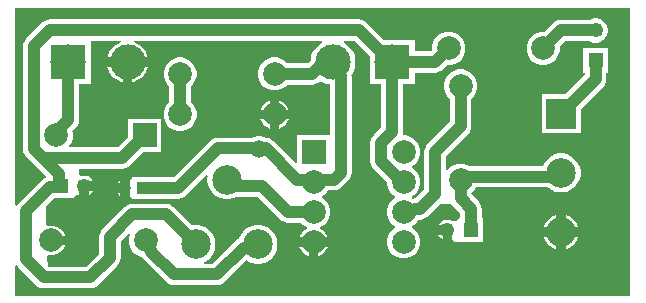
<source format=gbr>
%TF.GenerationSoftware,Altium Limited,Altium Designer,21.4.1 (30)*%
G04 Layer_Physical_Order=1*
G04 Layer_Color=255*
%FSLAX45Y45*%
%MOMM*%
%TF.SameCoordinates,C3E97732-6F3B-4CF3-9675-2F8B214D8819*%
%TF.FilePolarity,Positive*%
%TF.FileFunction,Copper,L1,Top,Signal*%
%TF.Part,Single*%
G01*
G75*
%TA.AperFunction,SMDPad,CuDef*%
%ADD10R,2.50000X2.50000*%
%ADD11R,3.00000X3.00000*%
%TA.AperFunction,Conductor*%
%ADD12C,1.00000*%
%TA.AperFunction,TestPad*%
%ADD13C,1.50000*%
%TA.AperFunction,ComponentPad*%
%ADD14C,1.25000*%
%ADD15R,1.25000X1.25000*%
%ADD16R,1.25000X1.25000*%
%ADD17C,2.00000*%
%ADD18R,2.00000X2.00000*%
%ADD19C,2.50000*%
%ADD20C,3.00000*%
%ADD21C,1.00000*%
%ADD22R,1.00000X1.00000*%
G36*
X5270320Y60980D02*
X63680D01*
Y315294D01*
X76380Y319531D01*
X88211Y304112D01*
X240611Y151712D01*
X240612Y151711D01*
X259412Y137285D01*
X281306Y128217D01*
X304800Y125123D01*
X304802Y125124D01*
X698500D01*
X721994Y128217D01*
X743888Y137285D01*
X762689Y151711D01*
X927789Y316811D01*
X942215Y335612D01*
X951283Y357505D01*
X954376Y381000D01*
Y521199D01*
X1025850Y592673D01*
X1036012Y584875D01*
X1035241Y583538D01*
X1025700Y547931D01*
Y511069D01*
X1035241Y475462D01*
X1053672Y443538D01*
X1079738Y417472D01*
X1111662Y399041D01*
X1136006Y392518D01*
X1137085Y389912D01*
X1151511Y371112D01*
X1345511Y177112D01*
X1345512Y177111D01*
X1364312Y162685D01*
X1386206Y153617D01*
X1409700Y150524D01*
X1771310D01*
X1794805Y153617D01*
X1816698Y162685D01*
X1835499Y177111D01*
X2019914Y361527D01*
X2038543Y349079D01*
X2068571Y336641D01*
X2100449Y330300D01*
X2132951D01*
X2164829Y336641D01*
X2194857Y349079D01*
X2221882Y367136D01*
X2244864Y390119D01*
X2262921Y417143D01*
X2275359Y447171D01*
X2281700Y479049D01*
Y511551D01*
X2275359Y543429D01*
X2262921Y573457D01*
X2244864Y600481D01*
X2221882Y623464D01*
X2194857Y641521D01*
X2164829Y653959D01*
X2132951Y660300D01*
X2100449D01*
X2068571Y653959D01*
X2038543Y641521D01*
X2011519Y623464D01*
X1988536Y600481D01*
X1970479Y573457D01*
X1960346Y548993D01*
X1951221Y545214D01*
X1932421Y530788D01*
X1733710Y332076D01*
X1661996D01*
X1659469Y344776D01*
X1669857Y349079D01*
X1696882Y367136D01*
X1719864Y390119D01*
X1737921Y417143D01*
X1750359Y447171D01*
X1756700Y479049D01*
Y511551D01*
X1750359Y543429D01*
X1737921Y573457D01*
X1719864Y600481D01*
X1696882Y623464D01*
X1669857Y641521D01*
X1639829Y653959D01*
X1607951Y660300D01*
X1575449D01*
X1558457Y656920D01*
X1401889Y813489D01*
X1383088Y827915D01*
X1361195Y836983D01*
X1337700Y840076D01*
X1054100D01*
X1030605Y836983D01*
X1008712Y827915D01*
X989911Y813489D01*
X799411Y622989D01*
X784985Y604188D01*
X775917Y582294D01*
X772824Y558800D01*
Y418601D01*
X660899Y306676D01*
X355101D01*
X342401Y306677D01*
Y306677D01*
X327557Y398861D01*
X336984Y407371D01*
X349191Y404100D01*
X382209D01*
X414103Y412646D01*
X442697Y429155D01*
X466045Y452503D01*
X482554Y481098D01*
X484806Y489500D01*
X365700D01*
Y569500D01*
X484806D01*
X482554Y577903D01*
X466045Y606497D01*
X442697Y629845D01*
X414103Y646354D01*
X382209Y654900D01*
X349191D01*
X336700Y651553D01*
X324000Y661298D01*
Y817923D01*
X393402Y887324D01*
X433600D01*
X439496Y888101D01*
X548600D01*
X572695Y912195D01*
X606100D01*
X606100Y912195D01*
X606100Y912195D01*
X606102Y912194D01*
X606100Y912197D01*
Y990599D01*
X646100D01*
Y1030599D01*
X724504D01*
X716437Y1044571D01*
X700072Y1060937D01*
X680028Y1072509D01*
X657672Y1078499D01*
X634528D01*
X618800Y1074285D01*
X606100Y1082640D01*
Y1137724D01*
X969700D01*
X993194Y1140817D01*
X1015088Y1149885D01*
X1033888Y1164311D01*
X1148077Y1278500D01*
X1299700D01*
Y1558500D01*
X1019700D01*
Y1406877D01*
X932099Y1319276D01*
X525059D01*
X520199Y1331010D01*
X521728Y1332538D01*
X540159Y1364462D01*
X549700Y1400069D01*
Y1436931D01*
X545420Y1452903D01*
X577489Y1484971D01*
X591914Y1503772D01*
X600983Y1525665D01*
X604076Y1549160D01*
Y1850800D01*
X703300D01*
Y2220624D01*
X955904D01*
X958430Y2207924D01*
X930217Y2196237D01*
X901489Y2177042D01*
X877058Y2152611D01*
X857863Y2123883D01*
X844641Y2091962D01*
X842420Y2080800D01*
X1013300D01*
X1184180D01*
X1181959Y2091962D01*
X1168737Y2123883D01*
X1149542Y2152611D01*
X1125111Y2177042D01*
X1096383Y2196237D01*
X1068170Y2207924D01*
X1070696Y2220624D01*
X2660612D01*
X2661328Y2207924D01*
X2632082Y2188382D01*
X2605618Y2161918D01*
X2584824Y2130799D01*
X2570502Y2096221D01*
X2563200Y2059514D01*
Y2055377D01*
X2537799Y2029976D01*
X2365113D01*
X2343862Y2051228D01*
X2311938Y2069659D01*
X2276331Y2079200D01*
X2239469D01*
X2203862Y2069659D01*
X2171938Y2051228D01*
X2145872Y2025162D01*
X2127441Y1993238D01*
X2117900Y1957631D01*
Y1920769D01*
X2127441Y1885162D01*
X2145872Y1853238D01*
X2171938Y1827172D01*
X2203862Y1808741D01*
X2239469Y1799200D01*
X2276331D01*
X2311938Y1808741D01*
X2343862Y1827172D01*
X2365113Y1848424D01*
X2575400D01*
X2598894Y1851517D01*
X2620788Y1860586D01*
X2639589Y1875011D01*
X2647496Y1882919D01*
X2663201Y1872424D01*
X2697779Y1858102D01*
X2728624Y1851966D01*
Y1431283D01*
X2728100Y1418800D01*
X2448100D01*
Y1189371D01*
X2436367Y1184511D01*
X2248589Y1372289D01*
X2229788Y1386715D01*
X2207895Y1395783D01*
X2184400Y1398876D01*
X2183741D01*
X2169388Y1407163D01*
X2140140Y1415000D01*
X2109860D01*
X2080612Y1407163D01*
X2066259Y1398876D01*
X1778000D01*
X1754505Y1395783D01*
X1732612Y1386715D01*
X1713811Y1372289D01*
X1713811Y1372288D01*
X1406299Y1064776D01*
X1140300D01*
X1134402Y1064000D01*
X1050300D01*
Y1057972D01*
X1030300Y1037972D01*
X1030300Y1037972D01*
X1030299D01*
X1030299Y1037972D01*
X1030298Y1037973D01*
X1030300Y1037970D01*
Y974001D01*
Y910032D01*
X1030298Y910030D01*
X1030299Y910030D01*
X1030300D01*
X1050300Y890030D01*
Y884000D01*
X1134402D01*
X1140300Y883224D01*
X1443900D01*
X1467395Y886317D01*
X1489288Y895386D01*
X1508089Y909811D01*
X1680329Y1082052D01*
X1692033Y1075796D01*
X1689200Y1061551D01*
Y1029049D01*
X1695541Y997171D01*
X1707979Y967143D01*
X1726036Y940119D01*
X1749019Y917136D01*
X1776043Y899079D01*
X1806071Y886641D01*
X1837949Y880300D01*
X1870451D01*
X1902329Y886641D01*
X1932357Y899079D01*
X1933471Y899824D01*
X2114799D01*
X2308011Y706611D01*
X2326812Y692186D01*
X2348705Y683117D01*
X2372200Y680024D01*
X2480887D01*
X2502138Y658772D01*
X2529970Y642703D01*
X2531193Y630778D01*
X2530456Y628319D01*
X2511103Y617145D01*
X2487755Y593797D01*
X2471246Y565203D01*
X2468994Y556800D01*
X2707206D01*
X2704954Y565203D01*
X2688445Y593797D01*
X2665097Y617145D01*
X2645744Y628319D01*
X2645007Y630778D01*
X2646230Y642703D01*
X2674062Y658772D01*
X2700128Y684838D01*
X2718559Y716762D01*
X2728100Y752369D01*
Y789231D01*
X2718559Y824838D01*
X2700128Y856762D01*
X2674062Y882828D01*
X2659128Y891450D01*
Y904150D01*
X2674062Y912772D01*
X2700128Y938838D01*
X2708395Y953158D01*
X2760821D01*
X2784316Y956251D01*
X2806209Y965319D01*
X2825010Y979745D01*
X2883589Y1038324D01*
X2898015Y1057124D01*
X2907083Y1079018D01*
X2910176Y1102513D01*
Y1920481D01*
X2908718Y1931558D01*
X2921576Y1950802D01*
X2935898Y1985379D01*
X2943200Y2022087D01*
Y2059514D01*
X2935898Y2096221D01*
X2921576Y2130799D01*
X2900782Y2161918D01*
X2874318Y2188382D01*
X2845072Y2207924D01*
X2845788Y2220624D01*
X2934199D01*
X3063200Y2091623D01*
Y2022087D01*
Y1850800D01*
X3162424D01*
Y1488201D01*
X3095911Y1421689D01*
X3081485Y1402889D01*
X3072417Y1380995D01*
X3069324Y1357500D01*
Y1200100D01*
X3072417Y1176605D01*
X3081485Y1154711D01*
X3095911Y1135911D01*
X3210100Y1021722D01*
Y1006369D01*
X3219641Y970762D01*
X3238072Y938838D01*
X3264138Y912772D01*
X3279072Y904150D01*
Y891450D01*
X3264138Y882828D01*
X3238072Y856762D01*
X3219641Y824838D01*
X3210100Y789231D01*
Y752369D01*
X3219641Y716762D01*
X3238072Y684838D01*
X3264138Y658772D01*
X3279072Y650150D01*
Y637450D01*
X3264138Y628828D01*
X3238072Y602762D01*
X3219641Y570838D01*
X3210100Y535231D01*
Y498369D01*
X3219641Y462762D01*
X3238072Y430838D01*
X3264138Y404772D01*
X3296062Y386341D01*
X3331669Y376800D01*
X3368531D01*
X3404138Y386341D01*
X3436062Y404772D01*
X3462128Y430838D01*
X3480559Y462762D01*
X3490100Y498369D01*
Y535231D01*
X3480559Y570838D01*
X3462128Y602762D01*
X3436062Y628828D01*
X3421128Y637450D01*
Y650150D01*
X3436062Y658772D01*
X3462128Y684838D01*
X3473089Y703824D01*
X3488200D01*
X3511695Y706917D01*
X3533588Y715986D01*
X3552389Y730412D01*
X3661988Y840011D01*
X3662000Y840000D01*
X3662000Y840000D01*
X3753797D01*
X3754085Y839712D01*
X3768511Y820911D01*
X3830824Y758599D01*
Y720899D01*
X3817500D01*
X3793405Y696805D01*
X3760000D01*
X3753928Y700311D01*
X3749269Y701559D01*
X3731572Y706301D01*
X3708428D01*
X3686072Y700310D01*
X3666028Y688738D01*
X3649663Y672373D01*
X3641596Y658401D01*
X3720000D01*
Y618401D01*
X3760000D01*
Y539998D01*
X3759998Y539995D01*
X3760000Y539996D01*
X3760000D01*
X3784097Y515900D01*
X4022500D01*
Y720899D01*
X4012376D01*
Y796198D01*
X4012377Y796200D01*
X4009283Y819695D01*
X4000215Y841588D01*
X3985789Y860389D01*
X3923476Y922701D01*
Y930287D01*
X3944728Y951538D01*
X3960279Y978474D01*
X4572781D01*
X4578419Y972836D01*
X4605443Y954779D01*
X4635471Y942341D01*
X4667349Y936000D01*
X4699851D01*
X4731729Y942341D01*
X4761757Y954779D01*
X4788781Y972836D01*
X4811764Y995819D01*
X4829821Y1022843D01*
X4842259Y1052871D01*
X4848600Y1084749D01*
Y1117251D01*
X4842259Y1149129D01*
X4829821Y1179157D01*
X4811764Y1206181D01*
X4788781Y1229164D01*
X4761757Y1247221D01*
X4731729Y1259659D01*
X4699851Y1266000D01*
X4667349D01*
X4635471Y1259659D01*
X4605443Y1247221D01*
X4578419Y1229164D01*
X4555436Y1206181D01*
X4537379Y1179157D01*
X4529455Y1160026D01*
X3900478D01*
X3886738Y1167959D01*
X3851131Y1177500D01*
X3814269D01*
X3778662Y1167959D01*
X3746738Y1149528D01*
X3720672Y1123462D01*
X3719844Y1122027D01*
X3707576Y1125314D01*
Y1241199D01*
X3896888Y1430511D01*
X3896889Y1430511D01*
X3911315Y1449312D01*
X3920383Y1471206D01*
X3923477Y1494700D01*
X3923476Y1494702D01*
Y1730287D01*
X3944728Y1751538D01*
X3963159Y1783462D01*
X3972700Y1819069D01*
Y1855931D01*
X3963159Y1891538D01*
X3944728Y1923462D01*
X3918662Y1949528D01*
X3886738Y1967959D01*
X3851131Y1977500D01*
X3814269D01*
X3778662Y1967959D01*
X3746738Y1949528D01*
X3720672Y1923462D01*
X3702241Y1891538D01*
X3692700Y1855931D01*
Y1819069D01*
X3702241Y1783462D01*
X3720672Y1751538D01*
X3741924Y1730287D01*
Y1532301D01*
X3552611Y1342989D01*
X3538185Y1324188D01*
X3529117Y1302295D01*
X3526024Y1278800D01*
Y960801D01*
X3450599Y885376D01*
X3444612D01*
X3444610Y885377D01*
X3434054Y883987D01*
X3421128Y891450D01*
Y904150D01*
X3436062Y912772D01*
X3462128Y938838D01*
X3480559Y970762D01*
X3490100Y1006369D01*
Y1043231D01*
X3480559Y1078838D01*
X3462128Y1110762D01*
X3436062Y1136828D01*
X3421128Y1145450D01*
Y1158150D01*
X3436062Y1166772D01*
X3462128Y1192838D01*
X3480559Y1224762D01*
X3490100Y1260369D01*
Y1297231D01*
X3480559Y1332838D01*
X3462128Y1364762D01*
X3436062Y1390828D01*
X3404138Y1409259D01*
X3368531Y1418800D01*
X3349636D01*
X3341462Y1431500D01*
X3343976Y1450601D01*
Y1850800D01*
X3443200D01*
Y1950024D01*
X3616900D01*
X3640395Y1953117D01*
X3662288Y1962186D01*
X3681089Y1976611D01*
X3719577Y2015100D01*
X3749631D01*
X3785238Y2024641D01*
X3817162Y2043072D01*
X3843228Y2069138D01*
X3861659Y2101062D01*
X3871200Y2136669D01*
Y2173531D01*
X3861659Y2209138D01*
X3843228Y2241062D01*
X3817162Y2267128D01*
X3785238Y2285559D01*
X3749631Y2295100D01*
X3712769D01*
X3677162Y2285559D01*
X3645238Y2267128D01*
X3619172Y2241062D01*
X3600741Y2209138D01*
X3591200Y2173531D01*
Y2143477D01*
X3579299Y2131576D01*
X3443200D01*
Y2230800D01*
X3180777D01*
X3035989Y2375589D01*
X3017188Y2390015D01*
X2995294Y2399083D01*
X2971800Y2402176D01*
X356623D01*
X356621Y2402177D01*
X333126Y2399083D01*
X311233Y2390015D01*
X292432Y2375589D01*
X292431Y2375588D01*
X155511Y2238668D01*
X141085Y2219867D01*
X132017Y2197974D01*
X128924Y2174479D01*
Y1304300D01*
X132017Y1280806D01*
X141085Y1258912D01*
X155511Y1240112D01*
X231311Y1164311D01*
X322479Y1073143D01*
X320002Y1060687D01*
X310412Y1056715D01*
X291612Y1042289D01*
X88211Y838889D01*
X76380Y823469D01*
X63680Y827706D01*
Y2501720D01*
X5270320D01*
Y60980D01*
D02*
G37*
%LPC*%
G36*
X4989194Y2410000D02*
X4962206D01*
X4936136Y2403015D01*
X4927929Y2398276D01*
X4683600D01*
X4660105Y2395183D01*
X4638212Y2386115D01*
X4619411Y2371689D01*
X4542823Y2295100D01*
X4512769D01*
X4477162Y2285559D01*
X4445238Y2267128D01*
X4419172Y2241062D01*
X4400741Y2209138D01*
X4391200Y2173531D01*
Y2136669D01*
X4400741Y2101062D01*
X4419172Y2069138D01*
X4445238Y2043072D01*
X4477162Y2024641D01*
X4512769Y2015100D01*
X4549631D01*
X4585238Y2024641D01*
X4617162Y2043072D01*
X4643228Y2069138D01*
X4661659Y2101062D01*
X4671200Y2136669D01*
Y2166723D01*
X4721201Y2216724D01*
X4927929D01*
X4936136Y2211985D01*
X4962206Y2205000D01*
X4989194D01*
X5015264Y2211985D01*
X5038636Y2225480D01*
X5057720Y2244564D01*
X5071215Y2267937D01*
X5078200Y2294006D01*
Y2320994D01*
X5071215Y2347064D01*
X5057720Y2370436D01*
X5038636Y2389520D01*
X5015264Y2403015D01*
X4989194Y2410000D01*
D02*
G37*
G36*
X1184180Y2000800D02*
X1053300D01*
Y1869920D01*
X1064462Y1872141D01*
X1096383Y1885363D01*
X1125111Y1904558D01*
X1149542Y1928989D01*
X1168737Y1957717D01*
X1181959Y1989638D01*
X1184180Y2000800D01*
D02*
G37*
G36*
X973300D02*
X842420D01*
X844641Y1989638D01*
X857863Y1957717D01*
X877058Y1928989D01*
X901489Y1904558D01*
X930217Y1885363D01*
X962138Y1872141D01*
X973300Y1869920D01*
Y2000800D01*
D02*
G37*
G36*
X2297900Y1715406D02*
Y1636300D01*
X2377006D01*
X2374754Y1644703D01*
X2358245Y1673297D01*
X2334897Y1696645D01*
X2306302Y1713154D01*
X2297900Y1715406D01*
D02*
G37*
G36*
X2217900D02*
X2209497Y1713154D01*
X2180903Y1696645D01*
X2157555Y1673297D01*
X2141046Y1644703D01*
X2138794Y1636300D01*
X2217900D01*
Y1715406D01*
D02*
G37*
G36*
X2377006Y1556300D02*
X2297900D01*
Y1477194D01*
X2306302Y1479446D01*
X2334897Y1495955D01*
X2358245Y1519303D01*
X2374754Y1547898D01*
X2377006Y1556300D01*
D02*
G37*
G36*
X2217900D02*
X2138794D01*
X2141046Y1547898D01*
X2157555Y1519303D01*
X2180903Y1495955D01*
X2209497Y1479446D01*
X2217900Y1477194D01*
Y1556300D01*
D02*
G37*
G36*
X1476331Y2079200D02*
X1439469D01*
X1403862Y2069659D01*
X1371938Y2051228D01*
X1345872Y2025162D01*
X1327441Y1993238D01*
X1317900Y1957631D01*
Y1920769D01*
X1327441Y1885162D01*
X1345872Y1853238D01*
X1367124Y1831987D01*
Y1703513D01*
X1345872Y1682262D01*
X1327441Y1650338D01*
X1317900Y1614731D01*
Y1577869D01*
X1327441Y1542262D01*
X1345872Y1510338D01*
X1371938Y1484272D01*
X1403862Y1465841D01*
X1439469Y1456300D01*
X1476331D01*
X1511938Y1465841D01*
X1543862Y1484272D01*
X1569928Y1510338D01*
X1588359Y1542262D01*
X1597900Y1577869D01*
Y1614731D01*
X1588359Y1650338D01*
X1569928Y1682262D01*
X1548676Y1703513D01*
Y1831987D01*
X1569928Y1853238D01*
X1588359Y1885162D01*
X1597900Y1920769D01*
Y1957631D01*
X1588359Y1993238D01*
X1569928Y2025162D01*
X1543862Y2051228D01*
X1511938Y2069659D01*
X1476331Y2079200D01*
D02*
G37*
G36*
X5078200Y2156000D02*
X4873200D01*
Y1951000D01*
X4884924D01*
Y1930701D01*
X4720223Y1766000D01*
X4518600D01*
Y1617251D01*
Y1584749D01*
Y1436000D01*
X4848600D01*
Y1637623D01*
X5039888Y1828911D01*
X5039889Y1828912D01*
X5054315Y1847712D01*
X5063383Y1869606D01*
X5066477Y1893100D01*
X5066476Y1893102D01*
Y1951000D01*
X5078200D01*
Y2156000D01*
D02*
G37*
G36*
X950300Y1037972D02*
X944003Y1034336D01*
X929965Y1020298D01*
X926329Y1014001D01*
X950300D01*
Y1037972D01*
D02*
G37*
G36*
X724504Y950600D02*
X686100D01*
Y912195D01*
X700072Y920262D01*
X716437Y936628D01*
X724504Y950600D01*
D02*
G37*
G36*
X950300Y934001D02*
X926329D01*
X929965Y927705D01*
X944003Y913666D01*
X950300Y910030D01*
Y934001D01*
D02*
G37*
G36*
X4723600Y746390D02*
Y641000D01*
X4828990D01*
X4828220Y644870D01*
X4816883Y672241D01*
X4800423Y696874D01*
X4779474Y717823D01*
X4754841Y734283D01*
X4727470Y745620D01*
X4723600Y746390D01*
D02*
G37*
G36*
X4643600D02*
X4639730Y745620D01*
X4612359Y734283D01*
X4587726Y717823D01*
X4566777Y696874D01*
X4550317Y672241D01*
X4538980Y644870D01*
X4538210Y641000D01*
X4643600D01*
Y746390D01*
D02*
G37*
G36*
X3680000Y578401D02*
X3641596D01*
X3649663Y564429D01*
X3666028Y548063D01*
X3680000Y539996D01*
Y578401D01*
D02*
G37*
G36*
X4828990Y561000D02*
X4723600D01*
Y455610D01*
X4727470Y456380D01*
X4754841Y467717D01*
X4779474Y484177D01*
X4800423Y505126D01*
X4816883Y529759D01*
X4828220Y557130D01*
X4828990Y561000D01*
D02*
G37*
G36*
X4643600D02*
X4538210D01*
X4538980Y557130D01*
X4550317Y529759D01*
X4566777Y505126D01*
X4587726Y484177D01*
X4612359Y467717D01*
X4639730Y456380D01*
X4643600Y455610D01*
Y561000D01*
D02*
G37*
G36*
X2707206Y476800D02*
X2628100D01*
Y397694D01*
X2636502Y399946D01*
X2665097Y416455D01*
X2688445Y439803D01*
X2704954Y468398D01*
X2707206Y476800D01*
D02*
G37*
G36*
X2548100D02*
X2468994D01*
X2471246Y468398D01*
X2487755Y439803D01*
X2511103Y416455D01*
X2539697Y399946D01*
X2548100Y397694D01*
Y476800D01*
D02*
G37*
%LPD*%
D10*
X4683600Y1601000D02*
D03*
D11*
X3253200Y2040800D02*
D03*
X513300D02*
D03*
D12*
X304800Y215900D02*
X698500D01*
X152400Y368300D02*
X304800Y215900D01*
X152400Y368300D02*
Y774700D01*
X2607234Y1043934D02*
X2760821D01*
X2753200Y1986681D02*
X2819400Y1920481D01*
X2753200Y1986681D02*
Y2040800D01*
X2819400Y1102513D02*
Y1920481D01*
X2760821Y1043934D02*
X2819400Y1102513D01*
X3160100Y1200100D02*
X3335399Y1024800D01*
X3160100Y1357500D02*
X3253200Y1450601D01*
X3160100Y1200100D02*
Y1357500D01*
X3253200Y1450601D02*
Y2040800D01*
X3335399Y1024800D02*
X3350100D01*
X863600Y558800D02*
X1054100Y749300D01*
X1337700D02*
X1591700Y495300D01*
X1054100Y749300D02*
X1337700D01*
X863600Y381000D02*
Y558800D01*
X698500Y215900D02*
X863600Y381000D01*
X355801Y978101D02*
X433600D01*
X152400Y774700D02*
X355801Y978101D01*
X433600D02*
X446100Y990601D01*
X295500Y1228500D02*
X433600Y1090400D01*
Y1003100D02*
X446100Y990601D01*
X433600Y1003100D02*
Y1090400D01*
X295500Y1228500D02*
X969700D01*
X219700Y1304300D02*
Y2174479D01*
Y1304300D02*
X295500Y1228500D01*
X969700D02*
X1159700Y1418500D01*
X219700Y2174479D02*
X356621Y2311400D01*
X3864450Y1069250D02*
X4651850D01*
X4683600Y1101000D01*
X3921600Y620000D02*
Y796200D01*
X3920000Y618400D02*
X3921600Y620000D01*
X3832700Y885100D02*
Y1037500D01*
X3864450Y1069250D01*
X3832700Y885100D02*
X3921600Y796200D01*
X3616800Y923200D02*
Y1278800D01*
X3253200Y2040800D02*
X3616900D01*
X3488200Y794600D02*
X3616800Y923200D01*
X3444610Y794600D02*
X3488200D01*
X3242400Y2040800D02*
X3253200D01*
X2971800Y2311400D02*
X3242400Y2040800D01*
X3616900D02*
X3731200Y2155100D01*
X3832700Y1494700D02*
Y1837500D01*
X3616800Y1278800D02*
X3832700Y1494700D01*
X2677000Y2040800D02*
X2753200D01*
X2257900Y1939200D02*
X2575400D01*
X2677000Y2040800D01*
X4975700Y1893100D02*
Y2053500D01*
X4531200Y2155100D02*
X4683600Y2307500D01*
Y1601000D02*
X4975700Y1893100D01*
X2372200Y770800D02*
X2588100D01*
X1909547Y990600D02*
X2152400D01*
X2372200Y770800D01*
X2184400Y1308100D02*
X2451124Y1041377D01*
X1778000Y1308100D02*
X2184400D01*
X1443900Y974000D02*
X1778000Y1308100D01*
X3439944Y789934D02*
X3444610Y794600D01*
X3369234Y789934D02*
X3439944D01*
X3350100Y770800D02*
X3369234Y789934D01*
X2451124Y1041377D02*
X2571523D01*
X1996609Y466599D02*
X2047409D01*
X2067946Y487135D01*
X2571523Y1041377D02*
X2588100Y1024800D01*
X2607234Y1043934D01*
X1771310Y241300D02*
X1996609Y466599D01*
X1409700Y241300D02*
X1771310D01*
X1165700Y502440D02*
X1215700Y452440D01*
Y435300D02*
Y452440D01*
Y435300D02*
X1409700Y241300D01*
X1165700Y502440D02*
Y529500D01*
X356621Y2311400D02*
X2971800D01*
X1140300Y974000D02*
X1443900D01*
X4683600Y2307500D02*
X4975700D01*
X513300Y1549160D02*
Y2040800D01*
X409700Y1445560D02*
X513300Y1549160D01*
X409700Y1418500D02*
Y1445560D01*
X1457900Y1596300D02*
Y1939200D01*
D13*
X2125000Y1300000D02*
D03*
D14*
X646100Y990599D02*
D03*
X4975700Y2307500D02*
D03*
X3720000Y618401D02*
D03*
D15*
X446100Y990601D02*
D03*
X3920000Y618400D02*
D03*
D16*
X4975700Y2053500D02*
D03*
D17*
X3832700Y1037500D02*
D03*
Y1837500D02*
D03*
X2257900Y1596300D02*
D03*
X1457900D02*
D03*
Y1939200D02*
D03*
X2257900D02*
D03*
X3350100Y1278800D02*
D03*
Y1024800D02*
D03*
Y770800D02*
D03*
Y516800D02*
D03*
X2588100D02*
D03*
Y770800D02*
D03*
Y1024800D02*
D03*
X4531200Y2155100D02*
D03*
X3731200D02*
D03*
X409700Y1418500D02*
D03*
X1165700Y529500D02*
D03*
X365700D02*
D03*
D18*
X2588100Y1278800D02*
D03*
X1159700Y1418500D02*
D03*
D19*
X4683600Y1601000D02*
D03*
Y1101000D02*
D03*
Y601000D02*
D03*
X1854200Y1045300D02*
D03*
X2116700Y495300D02*
D03*
X1591700D02*
D03*
D20*
X2753200Y2040800D02*
D03*
X3253200D02*
D03*
X513300D02*
D03*
X1013300D02*
D03*
D21*
X990300Y974001D02*
D03*
D22*
X1140300Y974000D02*
D03*
%TF.MD5,2284c383a5ba5a8611e9304684e1fd56*%
M02*

</source>
